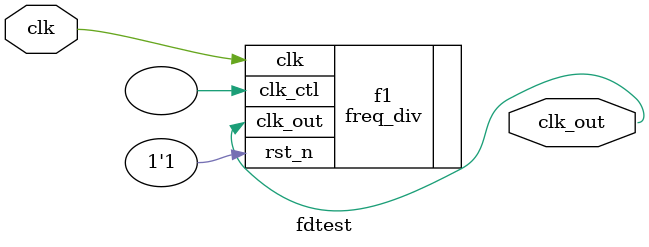
<source format=v>
`timescale 1ns / 1ps
module fdtest(clk_out,clk
    );
	 input clk;
	 output clk_out;
	 
freq_div f1(
.clk_out(clk_out), // divided clock output
.clk_ctl(), // divided clock output for scan freq
.clk(clk), // global clock input
.rst_n(1'b1) // active low reset
);

endmodule

</source>
